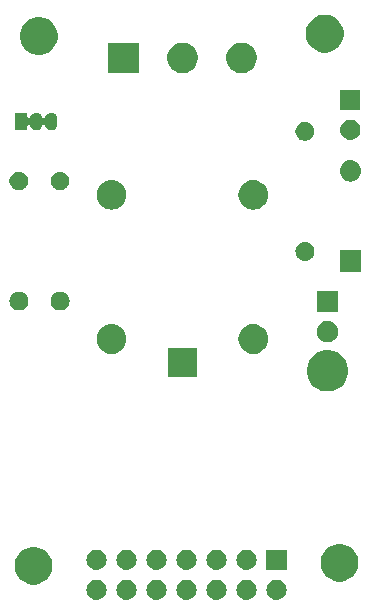
<source format=gbs>
G04 #@! TF.GenerationSoftware,KiCad,Pcbnew,5.0.2-bee76a0~70~ubuntu14.04.1*
G04 #@! TF.CreationDate,2018-12-14T16:10:59-07:00*
G04 #@! TF.ProjectId,relay,72656c61-792e-46b6-9963-61645f706362,rev?*
G04 #@! TF.SameCoordinates,Original*
G04 #@! TF.FileFunction,Soldermask,Bot*
G04 #@! TF.FilePolarity,Negative*
%FSLAX46Y46*%
G04 Gerber Fmt 4.6, Leading zero omitted, Abs format (unit mm)*
G04 Created by KiCad (PCBNEW 5.0.2-bee76a0~70~ubuntu14.04.1) date Fri 14 Dec 2018 04:10:59 PM MST*
%MOMM*%
%LPD*%
G01*
G04 APERTURE LIST*
%ADD10C,0.100000*%
G04 APERTURE END LIST*
D10*
G36*
X108116630Y-108890299D02*
X108276855Y-108938903D01*
X108424520Y-109017831D01*
X108553949Y-109124051D01*
X108660169Y-109253480D01*
X108739097Y-109401145D01*
X108787701Y-109561370D01*
X108804112Y-109728000D01*
X108787701Y-109894630D01*
X108739097Y-110054855D01*
X108660169Y-110202520D01*
X108553949Y-110331949D01*
X108424520Y-110438169D01*
X108276855Y-110517097D01*
X108116630Y-110565701D01*
X107991752Y-110578000D01*
X107908248Y-110578000D01*
X107783370Y-110565701D01*
X107623145Y-110517097D01*
X107475480Y-110438169D01*
X107346051Y-110331949D01*
X107239831Y-110202520D01*
X107160903Y-110054855D01*
X107112299Y-109894630D01*
X107095888Y-109728000D01*
X107112299Y-109561370D01*
X107160903Y-109401145D01*
X107239831Y-109253480D01*
X107346051Y-109124051D01*
X107475480Y-109017831D01*
X107623145Y-108938903D01*
X107783370Y-108890299D01*
X107908248Y-108878000D01*
X107991752Y-108878000D01*
X108116630Y-108890299D01*
X108116630Y-108890299D01*
G37*
G36*
X105576630Y-108890299D02*
X105736855Y-108938903D01*
X105884520Y-109017831D01*
X106013949Y-109124051D01*
X106120169Y-109253480D01*
X106199097Y-109401145D01*
X106247701Y-109561370D01*
X106264112Y-109728000D01*
X106247701Y-109894630D01*
X106199097Y-110054855D01*
X106120169Y-110202520D01*
X106013949Y-110331949D01*
X105884520Y-110438169D01*
X105736855Y-110517097D01*
X105576630Y-110565701D01*
X105451752Y-110578000D01*
X105368248Y-110578000D01*
X105243370Y-110565701D01*
X105083145Y-110517097D01*
X104935480Y-110438169D01*
X104806051Y-110331949D01*
X104699831Y-110202520D01*
X104620903Y-110054855D01*
X104572299Y-109894630D01*
X104555888Y-109728000D01*
X104572299Y-109561370D01*
X104620903Y-109401145D01*
X104699831Y-109253480D01*
X104806051Y-109124051D01*
X104935480Y-109017831D01*
X105083145Y-108938903D01*
X105243370Y-108890299D01*
X105368248Y-108878000D01*
X105451752Y-108878000D01*
X105576630Y-108890299D01*
X105576630Y-108890299D01*
G37*
G36*
X92876630Y-108890299D02*
X93036855Y-108938903D01*
X93184520Y-109017831D01*
X93313949Y-109124051D01*
X93420169Y-109253480D01*
X93499097Y-109401145D01*
X93547701Y-109561370D01*
X93564112Y-109728000D01*
X93547701Y-109894630D01*
X93499097Y-110054855D01*
X93420169Y-110202520D01*
X93313949Y-110331949D01*
X93184520Y-110438169D01*
X93036855Y-110517097D01*
X92876630Y-110565701D01*
X92751752Y-110578000D01*
X92668248Y-110578000D01*
X92543370Y-110565701D01*
X92383145Y-110517097D01*
X92235480Y-110438169D01*
X92106051Y-110331949D01*
X91999831Y-110202520D01*
X91920903Y-110054855D01*
X91872299Y-109894630D01*
X91855888Y-109728000D01*
X91872299Y-109561370D01*
X91920903Y-109401145D01*
X91999831Y-109253480D01*
X92106051Y-109124051D01*
X92235480Y-109017831D01*
X92383145Y-108938903D01*
X92543370Y-108890299D01*
X92668248Y-108878000D01*
X92751752Y-108878000D01*
X92876630Y-108890299D01*
X92876630Y-108890299D01*
G37*
G36*
X95416630Y-108890299D02*
X95576855Y-108938903D01*
X95724520Y-109017831D01*
X95853949Y-109124051D01*
X95960169Y-109253480D01*
X96039097Y-109401145D01*
X96087701Y-109561370D01*
X96104112Y-109728000D01*
X96087701Y-109894630D01*
X96039097Y-110054855D01*
X95960169Y-110202520D01*
X95853949Y-110331949D01*
X95724520Y-110438169D01*
X95576855Y-110517097D01*
X95416630Y-110565701D01*
X95291752Y-110578000D01*
X95208248Y-110578000D01*
X95083370Y-110565701D01*
X94923145Y-110517097D01*
X94775480Y-110438169D01*
X94646051Y-110331949D01*
X94539831Y-110202520D01*
X94460903Y-110054855D01*
X94412299Y-109894630D01*
X94395888Y-109728000D01*
X94412299Y-109561370D01*
X94460903Y-109401145D01*
X94539831Y-109253480D01*
X94646051Y-109124051D01*
X94775480Y-109017831D01*
X94923145Y-108938903D01*
X95083370Y-108890299D01*
X95208248Y-108878000D01*
X95291752Y-108878000D01*
X95416630Y-108890299D01*
X95416630Y-108890299D01*
G37*
G36*
X100496630Y-108890299D02*
X100656855Y-108938903D01*
X100804520Y-109017831D01*
X100933949Y-109124051D01*
X101040169Y-109253480D01*
X101119097Y-109401145D01*
X101167701Y-109561370D01*
X101184112Y-109728000D01*
X101167701Y-109894630D01*
X101119097Y-110054855D01*
X101040169Y-110202520D01*
X100933949Y-110331949D01*
X100804520Y-110438169D01*
X100656855Y-110517097D01*
X100496630Y-110565701D01*
X100371752Y-110578000D01*
X100288248Y-110578000D01*
X100163370Y-110565701D01*
X100003145Y-110517097D01*
X99855480Y-110438169D01*
X99726051Y-110331949D01*
X99619831Y-110202520D01*
X99540903Y-110054855D01*
X99492299Y-109894630D01*
X99475888Y-109728000D01*
X99492299Y-109561370D01*
X99540903Y-109401145D01*
X99619831Y-109253480D01*
X99726051Y-109124051D01*
X99855480Y-109017831D01*
X100003145Y-108938903D01*
X100163370Y-108890299D01*
X100288248Y-108878000D01*
X100371752Y-108878000D01*
X100496630Y-108890299D01*
X100496630Y-108890299D01*
G37*
G36*
X103036630Y-108890299D02*
X103196855Y-108938903D01*
X103344520Y-109017831D01*
X103473949Y-109124051D01*
X103580169Y-109253480D01*
X103659097Y-109401145D01*
X103707701Y-109561370D01*
X103724112Y-109728000D01*
X103707701Y-109894630D01*
X103659097Y-110054855D01*
X103580169Y-110202520D01*
X103473949Y-110331949D01*
X103344520Y-110438169D01*
X103196855Y-110517097D01*
X103036630Y-110565701D01*
X102911752Y-110578000D01*
X102828248Y-110578000D01*
X102703370Y-110565701D01*
X102543145Y-110517097D01*
X102395480Y-110438169D01*
X102266051Y-110331949D01*
X102159831Y-110202520D01*
X102080903Y-110054855D01*
X102032299Y-109894630D01*
X102015888Y-109728000D01*
X102032299Y-109561370D01*
X102080903Y-109401145D01*
X102159831Y-109253480D01*
X102266051Y-109124051D01*
X102395480Y-109017831D01*
X102543145Y-108938903D01*
X102703370Y-108890299D01*
X102828248Y-108878000D01*
X102911752Y-108878000D01*
X103036630Y-108890299D01*
X103036630Y-108890299D01*
G37*
G36*
X97956630Y-108890299D02*
X98116855Y-108938903D01*
X98264520Y-109017831D01*
X98393949Y-109124051D01*
X98500169Y-109253480D01*
X98579097Y-109401145D01*
X98627701Y-109561370D01*
X98644112Y-109728000D01*
X98627701Y-109894630D01*
X98579097Y-110054855D01*
X98500169Y-110202520D01*
X98393949Y-110331949D01*
X98264520Y-110438169D01*
X98116855Y-110517097D01*
X97956630Y-110565701D01*
X97831752Y-110578000D01*
X97748248Y-110578000D01*
X97623370Y-110565701D01*
X97463145Y-110517097D01*
X97315480Y-110438169D01*
X97186051Y-110331949D01*
X97079831Y-110202520D01*
X97000903Y-110054855D01*
X96952299Y-109894630D01*
X96935888Y-109728000D01*
X96952299Y-109561370D01*
X97000903Y-109401145D01*
X97079831Y-109253480D01*
X97186051Y-109124051D01*
X97315480Y-109017831D01*
X97463145Y-108938903D01*
X97623370Y-108890299D01*
X97748248Y-108878000D01*
X97831752Y-108878000D01*
X97956630Y-108890299D01*
X97956630Y-108890299D01*
G37*
G36*
X87842703Y-106157486D02*
X88133883Y-106278097D01*
X88395944Y-106453201D01*
X88618799Y-106676056D01*
X88793903Y-106938117D01*
X88914514Y-107229297D01*
X88976000Y-107538412D01*
X88976000Y-107853588D01*
X88914514Y-108162703D01*
X88793903Y-108453883D01*
X88618799Y-108715944D01*
X88395944Y-108938799D01*
X88133883Y-109113903D01*
X87842703Y-109234514D01*
X87533588Y-109296000D01*
X87218412Y-109296000D01*
X86909297Y-109234514D01*
X86618117Y-109113903D01*
X86356056Y-108938799D01*
X86133201Y-108715944D01*
X85958097Y-108453883D01*
X85837486Y-108162703D01*
X85776000Y-107853588D01*
X85776000Y-107538412D01*
X85837486Y-107229297D01*
X85958097Y-106938117D01*
X86133201Y-106676056D01*
X86356056Y-106453201D01*
X86618117Y-106278097D01*
X86909297Y-106157486D01*
X87218412Y-106096000D01*
X87533588Y-106096000D01*
X87842703Y-106157486D01*
X87842703Y-106157486D01*
G37*
G36*
X113750703Y-105903486D02*
X114041883Y-106024097D01*
X114303944Y-106199201D01*
X114526799Y-106422056D01*
X114701903Y-106684117D01*
X114822514Y-106975297D01*
X114884000Y-107284412D01*
X114884000Y-107599588D01*
X114822514Y-107908703D01*
X114701903Y-108199883D01*
X114526799Y-108461944D01*
X114303944Y-108684799D01*
X114041883Y-108859903D01*
X113750703Y-108980514D01*
X113441588Y-109042000D01*
X113126412Y-109042000D01*
X112817297Y-108980514D01*
X112526117Y-108859903D01*
X112264056Y-108684799D01*
X112041201Y-108461944D01*
X111866097Y-108199883D01*
X111745486Y-107908703D01*
X111684000Y-107599588D01*
X111684000Y-107284412D01*
X111745486Y-106975297D01*
X111866097Y-106684117D01*
X112041201Y-106422056D01*
X112264056Y-106199201D01*
X112526117Y-106024097D01*
X112817297Y-105903486D01*
X113126412Y-105842000D01*
X113441588Y-105842000D01*
X113750703Y-105903486D01*
X113750703Y-105903486D01*
G37*
G36*
X97956630Y-106350299D02*
X98116855Y-106398903D01*
X98264520Y-106477831D01*
X98393949Y-106584051D01*
X98500169Y-106713480D01*
X98579097Y-106861145D01*
X98627701Y-107021370D01*
X98644112Y-107188000D01*
X98627701Y-107354630D01*
X98579097Y-107514855D01*
X98500169Y-107662520D01*
X98393949Y-107791949D01*
X98264520Y-107898169D01*
X98116855Y-107977097D01*
X97956630Y-108025701D01*
X97831752Y-108038000D01*
X97748248Y-108038000D01*
X97623370Y-108025701D01*
X97463145Y-107977097D01*
X97315480Y-107898169D01*
X97186051Y-107791949D01*
X97079831Y-107662520D01*
X97000903Y-107514855D01*
X96952299Y-107354630D01*
X96935888Y-107188000D01*
X96952299Y-107021370D01*
X97000903Y-106861145D01*
X97079831Y-106713480D01*
X97186051Y-106584051D01*
X97315480Y-106477831D01*
X97463145Y-106398903D01*
X97623370Y-106350299D01*
X97748248Y-106338000D01*
X97831752Y-106338000D01*
X97956630Y-106350299D01*
X97956630Y-106350299D01*
G37*
G36*
X92876630Y-106350299D02*
X93036855Y-106398903D01*
X93184520Y-106477831D01*
X93313949Y-106584051D01*
X93420169Y-106713480D01*
X93499097Y-106861145D01*
X93547701Y-107021370D01*
X93564112Y-107188000D01*
X93547701Y-107354630D01*
X93499097Y-107514855D01*
X93420169Y-107662520D01*
X93313949Y-107791949D01*
X93184520Y-107898169D01*
X93036855Y-107977097D01*
X92876630Y-108025701D01*
X92751752Y-108038000D01*
X92668248Y-108038000D01*
X92543370Y-108025701D01*
X92383145Y-107977097D01*
X92235480Y-107898169D01*
X92106051Y-107791949D01*
X91999831Y-107662520D01*
X91920903Y-107514855D01*
X91872299Y-107354630D01*
X91855888Y-107188000D01*
X91872299Y-107021370D01*
X91920903Y-106861145D01*
X91999831Y-106713480D01*
X92106051Y-106584051D01*
X92235480Y-106477831D01*
X92383145Y-106398903D01*
X92543370Y-106350299D01*
X92668248Y-106338000D01*
X92751752Y-106338000D01*
X92876630Y-106350299D01*
X92876630Y-106350299D01*
G37*
G36*
X95416630Y-106350299D02*
X95576855Y-106398903D01*
X95724520Y-106477831D01*
X95853949Y-106584051D01*
X95960169Y-106713480D01*
X96039097Y-106861145D01*
X96087701Y-107021370D01*
X96104112Y-107188000D01*
X96087701Y-107354630D01*
X96039097Y-107514855D01*
X95960169Y-107662520D01*
X95853949Y-107791949D01*
X95724520Y-107898169D01*
X95576855Y-107977097D01*
X95416630Y-108025701D01*
X95291752Y-108038000D01*
X95208248Y-108038000D01*
X95083370Y-108025701D01*
X94923145Y-107977097D01*
X94775480Y-107898169D01*
X94646051Y-107791949D01*
X94539831Y-107662520D01*
X94460903Y-107514855D01*
X94412299Y-107354630D01*
X94395888Y-107188000D01*
X94412299Y-107021370D01*
X94460903Y-106861145D01*
X94539831Y-106713480D01*
X94646051Y-106584051D01*
X94775480Y-106477831D01*
X94923145Y-106398903D01*
X95083370Y-106350299D01*
X95208248Y-106338000D01*
X95291752Y-106338000D01*
X95416630Y-106350299D01*
X95416630Y-106350299D01*
G37*
G36*
X103036630Y-106350299D02*
X103196855Y-106398903D01*
X103344520Y-106477831D01*
X103473949Y-106584051D01*
X103580169Y-106713480D01*
X103659097Y-106861145D01*
X103707701Y-107021370D01*
X103724112Y-107188000D01*
X103707701Y-107354630D01*
X103659097Y-107514855D01*
X103580169Y-107662520D01*
X103473949Y-107791949D01*
X103344520Y-107898169D01*
X103196855Y-107977097D01*
X103036630Y-108025701D01*
X102911752Y-108038000D01*
X102828248Y-108038000D01*
X102703370Y-108025701D01*
X102543145Y-107977097D01*
X102395480Y-107898169D01*
X102266051Y-107791949D01*
X102159831Y-107662520D01*
X102080903Y-107514855D01*
X102032299Y-107354630D01*
X102015888Y-107188000D01*
X102032299Y-107021370D01*
X102080903Y-106861145D01*
X102159831Y-106713480D01*
X102266051Y-106584051D01*
X102395480Y-106477831D01*
X102543145Y-106398903D01*
X102703370Y-106350299D01*
X102828248Y-106338000D01*
X102911752Y-106338000D01*
X103036630Y-106350299D01*
X103036630Y-106350299D01*
G37*
G36*
X105576630Y-106350299D02*
X105736855Y-106398903D01*
X105884520Y-106477831D01*
X106013949Y-106584051D01*
X106120169Y-106713480D01*
X106199097Y-106861145D01*
X106247701Y-107021370D01*
X106264112Y-107188000D01*
X106247701Y-107354630D01*
X106199097Y-107514855D01*
X106120169Y-107662520D01*
X106013949Y-107791949D01*
X105884520Y-107898169D01*
X105736855Y-107977097D01*
X105576630Y-108025701D01*
X105451752Y-108038000D01*
X105368248Y-108038000D01*
X105243370Y-108025701D01*
X105083145Y-107977097D01*
X104935480Y-107898169D01*
X104806051Y-107791949D01*
X104699831Y-107662520D01*
X104620903Y-107514855D01*
X104572299Y-107354630D01*
X104555888Y-107188000D01*
X104572299Y-107021370D01*
X104620903Y-106861145D01*
X104699831Y-106713480D01*
X104806051Y-106584051D01*
X104935480Y-106477831D01*
X105083145Y-106398903D01*
X105243370Y-106350299D01*
X105368248Y-106338000D01*
X105451752Y-106338000D01*
X105576630Y-106350299D01*
X105576630Y-106350299D01*
G37*
G36*
X108800000Y-108038000D02*
X107100000Y-108038000D01*
X107100000Y-106338000D01*
X108800000Y-106338000D01*
X108800000Y-108038000D01*
X108800000Y-108038000D01*
G37*
G36*
X100496630Y-106350299D02*
X100656855Y-106398903D01*
X100804520Y-106477831D01*
X100933949Y-106584051D01*
X101040169Y-106713480D01*
X101119097Y-106861145D01*
X101167701Y-107021370D01*
X101184112Y-107188000D01*
X101167701Y-107354630D01*
X101119097Y-107514855D01*
X101040169Y-107662520D01*
X100933949Y-107791949D01*
X100804520Y-107898169D01*
X100656855Y-107977097D01*
X100496630Y-108025701D01*
X100371752Y-108038000D01*
X100288248Y-108038000D01*
X100163370Y-108025701D01*
X100003145Y-107977097D01*
X99855480Y-107898169D01*
X99726051Y-107791949D01*
X99619831Y-107662520D01*
X99540903Y-107514855D01*
X99492299Y-107354630D01*
X99475888Y-107188000D01*
X99492299Y-107021370D01*
X99540903Y-106861145D01*
X99619831Y-106713480D01*
X99726051Y-106584051D01*
X99855480Y-106477831D01*
X100003145Y-106398903D01*
X100163370Y-106350299D01*
X100288248Y-106338000D01*
X100371752Y-106338000D01*
X100496630Y-106350299D01*
X100496630Y-106350299D01*
G37*
G36*
X112778456Y-89503251D02*
X113096936Y-89635170D01*
X113383560Y-89826686D01*
X113627314Y-90070440D01*
X113818830Y-90357064D01*
X113950749Y-90675544D01*
X114018000Y-91013640D01*
X114018000Y-91358360D01*
X113950749Y-91696456D01*
X113818830Y-92014936D01*
X113627314Y-92301560D01*
X113383560Y-92545314D01*
X113096936Y-92736830D01*
X112778456Y-92868749D01*
X112440360Y-92936000D01*
X112095640Y-92936000D01*
X111757544Y-92868749D01*
X111439064Y-92736830D01*
X111152440Y-92545314D01*
X110908686Y-92301560D01*
X110717170Y-92014936D01*
X110585251Y-91696456D01*
X110518000Y-91358360D01*
X110518000Y-91013640D01*
X110585251Y-90675544D01*
X110717170Y-90357064D01*
X110908686Y-90070440D01*
X111152440Y-89826686D01*
X111439064Y-89635170D01*
X111757544Y-89503251D01*
X112095640Y-89436000D01*
X112440360Y-89436000D01*
X112778456Y-89503251D01*
X112778456Y-89503251D01*
G37*
G36*
X101234560Y-91750200D02*
X98734560Y-91750200D01*
X98734560Y-89250200D01*
X101234560Y-89250200D01*
X101234560Y-91750200D01*
X101234560Y-91750200D01*
G37*
G36*
X106229599Y-87268286D02*
X106229602Y-87268287D01*
X106229603Y-87268287D01*
X106465229Y-87339763D01*
X106682383Y-87455834D01*
X106872720Y-87612040D01*
X107023166Y-87795358D01*
X107028925Y-87802376D01*
X107144996Y-88019529D01*
X107216474Y-88255161D01*
X107240608Y-88500200D01*
X107216474Y-88745239D01*
X107216473Y-88745242D01*
X107216473Y-88745243D01*
X107144997Y-88980869D01*
X107028926Y-89198023D01*
X106872720Y-89388360D01*
X106682383Y-89544566D01*
X106465229Y-89660637D01*
X106229603Y-89732113D01*
X106229602Y-89732113D01*
X106229599Y-89732114D01*
X106045969Y-89750200D01*
X105923151Y-89750200D01*
X105739521Y-89732114D01*
X105739518Y-89732113D01*
X105739517Y-89732113D01*
X105503891Y-89660637D01*
X105286737Y-89544566D01*
X105096400Y-89388360D01*
X104940194Y-89198023D01*
X104824123Y-88980869D01*
X104752647Y-88745243D01*
X104752647Y-88745242D01*
X104752646Y-88745239D01*
X104728512Y-88500200D01*
X104752646Y-88255161D01*
X104824124Y-88019529D01*
X104940195Y-87802376D01*
X104945955Y-87795358D01*
X105096400Y-87612040D01*
X105286737Y-87455834D01*
X105503891Y-87339763D01*
X105739517Y-87268287D01*
X105739518Y-87268287D01*
X105739521Y-87268286D01*
X105923151Y-87250200D01*
X106045969Y-87250200D01*
X106229599Y-87268286D01*
X106229599Y-87268286D01*
G37*
G36*
X94229599Y-87268286D02*
X94229602Y-87268287D01*
X94229603Y-87268287D01*
X94465229Y-87339763D01*
X94682383Y-87455834D01*
X94872720Y-87612040D01*
X95023166Y-87795358D01*
X95028925Y-87802376D01*
X95144996Y-88019529D01*
X95216474Y-88255161D01*
X95240608Y-88500200D01*
X95216474Y-88745239D01*
X95216473Y-88745242D01*
X95216473Y-88745243D01*
X95144997Y-88980869D01*
X95028926Y-89198023D01*
X94872720Y-89388360D01*
X94682383Y-89544566D01*
X94465229Y-89660637D01*
X94229603Y-89732113D01*
X94229602Y-89732113D01*
X94229599Y-89732114D01*
X94045969Y-89750200D01*
X93923151Y-89750200D01*
X93739521Y-89732114D01*
X93739518Y-89732113D01*
X93739517Y-89732113D01*
X93503891Y-89660637D01*
X93286737Y-89544566D01*
X93096400Y-89388360D01*
X92940194Y-89198023D01*
X92824123Y-88980869D01*
X92752647Y-88745243D01*
X92752647Y-88745242D01*
X92752646Y-88745239D01*
X92728512Y-88500200D01*
X92752646Y-88255161D01*
X92824124Y-88019529D01*
X92940195Y-87802376D01*
X92945955Y-87795358D01*
X93096400Y-87612040D01*
X93286737Y-87455834D01*
X93503891Y-87339763D01*
X93739517Y-87268287D01*
X93739518Y-87268287D01*
X93739521Y-87268286D01*
X93923151Y-87250200D01*
X94045969Y-87250200D01*
X94229599Y-87268286D01*
X94229599Y-87268286D01*
G37*
G36*
X112530521Y-87018586D02*
X112694309Y-87086429D01*
X112841720Y-87184926D01*
X112967074Y-87310280D01*
X113065571Y-87457691D01*
X113133414Y-87621479D01*
X113168000Y-87795356D01*
X113168000Y-87972644D01*
X113133414Y-88146521D01*
X113065571Y-88310309D01*
X112967074Y-88457720D01*
X112841720Y-88583074D01*
X112694309Y-88681571D01*
X112530521Y-88749414D01*
X112356644Y-88784000D01*
X112179356Y-88784000D01*
X112005479Y-88749414D01*
X111841691Y-88681571D01*
X111694280Y-88583074D01*
X111568926Y-88457720D01*
X111470429Y-88310309D01*
X111402586Y-88146521D01*
X111368000Y-87972644D01*
X111368000Y-87795356D01*
X111402586Y-87621479D01*
X111470429Y-87457691D01*
X111568926Y-87310280D01*
X111694280Y-87184926D01*
X111841691Y-87086429D01*
X112005479Y-87018586D01*
X112179356Y-86984000D01*
X112356644Y-86984000D01*
X112530521Y-87018586D01*
X112530521Y-87018586D01*
G37*
G36*
X113168000Y-86244000D02*
X111368000Y-86244000D01*
X111368000Y-84444000D01*
X113168000Y-84444000D01*
X113168000Y-86244000D01*
X113168000Y-86244000D01*
G37*
G36*
X89741549Y-84488217D02*
X89780727Y-84492076D01*
X89856127Y-84514948D01*
X89931529Y-84537821D01*
X90070508Y-84612108D01*
X90192322Y-84712078D01*
X90292292Y-84833892D01*
X90366579Y-84972871D01*
X90412324Y-85123674D01*
X90427770Y-85280500D01*
X90412324Y-85437326D01*
X90366579Y-85588129D01*
X90292292Y-85727108D01*
X90192322Y-85848922D01*
X90070508Y-85948892D01*
X89931529Y-86023179D01*
X89856127Y-86046052D01*
X89780727Y-86068924D01*
X89741549Y-86072783D01*
X89663195Y-86080500D01*
X89584605Y-86080500D01*
X89506251Y-86072783D01*
X89467073Y-86068924D01*
X89391673Y-86046052D01*
X89316271Y-86023179D01*
X89177292Y-85948892D01*
X89055478Y-85848922D01*
X88955508Y-85727108D01*
X88881221Y-85588129D01*
X88835476Y-85437326D01*
X88820030Y-85280500D01*
X88835476Y-85123674D01*
X88881221Y-84972871D01*
X88955508Y-84833892D01*
X89055478Y-84712078D01*
X89177292Y-84612108D01*
X89316271Y-84537821D01*
X89391673Y-84514948D01*
X89467073Y-84492076D01*
X89506251Y-84488217D01*
X89584605Y-84480500D01*
X89663195Y-84480500D01*
X89741549Y-84488217D01*
X89741549Y-84488217D01*
G37*
G36*
X86261749Y-84488217D02*
X86300927Y-84492076D01*
X86376327Y-84514948D01*
X86451729Y-84537821D01*
X86590708Y-84612108D01*
X86712522Y-84712078D01*
X86812492Y-84833892D01*
X86886779Y-84972871D01*
X86932524Y-85123674D01*
X86947970Y-85280500D01*
X86932524Y-85437326D01*
X86886779Y-85588129D01*
X86812492Y-85727108D01*
X86712522Y-85848922D01*
X86590708Y-85948892D01*
X86451729Y-86023179D01*
X86376327Y-86046052D01*
X86300927Y-86068924D01*
X86261749Y-86072783D01*
X86183395Y-86080500D01*
X86104805Y-86080500D01*
X86026451Y-86072783D01*
X85987273Y-86068924D01*
X85911873Y-86046052D01*
X85836471Y-86023179D01*
X85697492Y-85948892D01*
X85575678Y-85848922D01*
X85475708Y-85727108D01*
X85401421Y-85588129D01*
X85355676Y-85437326D01*
X85340230Y-85280500D01*
X85355676Y-85123674D01*
X85401421Y-84972871D01*
X85475708Y-84833892D01*
X85575678Y-84712078D01*
X85697492Y-84612108D01*
X85836471Y-84537821D01*
X85911873Y-84514948D01*
X85987273Y-84492076D01*
X86026451Y-84488217D01*
X86104805Y-84480500D01*
X86183395Y-84480500D01*
X86261749Y-84488217D01*
X86261749Y-84488217D01*
G37*
G36*
X115108560Y-82789600D02*
X113308560Y-82789600D01*
X113308560Y-80989600D01*
X115108560Y-80989600D01*
X115108560Y-82789600D01*
X115108560Y-82789600D01*
G37*
G36*
X110475569Y-80284517D02*
X110514747Y-80288376D01*
X110590148Y-80311249D01*
X110665549Y-80334121D01*
X110804528Y-80408408D01*
X110926342Y-80508378D01*
X111026312Y-80630192D01*
X111100599Y-80769171D01*
X111146344Y-80919974D01*
X111161790Y-81076800D01*
X111146344Y-81233626D01*
X111100599Y-81384429D01*
X111026312Y-81523408D01*
X110926342Y-81645222D01*
X110804528Y-81745192D01*
X110665549Y-81819479D01*
X110590148Y-81842351D01*
X110514747Y-81865224D01*
X110475569Y-81869083D01*
X110397215Y-81876800D01*
X110318625Y-81876800D01*
X110240271Y-81869083D01*
X110201093Y-81865224D01*
X110125692Y-81842351D01*
X110050291Y-81819479D01*
X109911312Y-81745192D01*
X109789498Y-81645222D01*
X109689528Y-81523408D01*
X109615241Y-81384429D01*
X109569496Y-81233626D01*
X109554050Y-81076800D01*
X109569496Y-80919974D01*
X109615241Y-80769171D01*
X109689528Y-80630192D01*
X109789498Y-80508378D01*
X109911312Y-80408408D01*
X110050291Y-80334121D01*
X110125693Y-80311248D01*
X110201093Y-80288376D01*
X110240271Y-80284517D01*
X110318625Y-80276800D01*
X110397215Y-80276800D01*
X110475569Y-80284517D01*
X110475569Y-80284517D01*
G37*
G36*
X106229599Y-75068286D02*
X106229602Y-75068287D01*
X106229603Y-75068287D01*
X106465229Y-75139763D01*
X106682383Y-75255834D01*
X106872720Y-75412040D01*
X107028926Y-75602377D01*
X107144997Y-75819531D01*
X107175625Y-75920500D01*
X107216474Y-76055161D01*
X107240608Y-76300200D01*
X107216474Y-76545239D01*
X107216473Y-76545242D01*
X107216473Y-76545243D01*
X107144997Y-76780869D01*
X107028926Y-76998023D01*
X106872720Y-77188360D01*
X106682383Y-77344566D01*
X106465229Y-77460637D01*
X106229603Y-77532113D01*
X106229602Y-77532113D01*
X106229599Y-77532114D01*
X106045969Y-77550200D01*
X105923151Y-77550200D01*
X105739521Y-77532114D01*
X105739518Y-77532113D01*
X105739517Y-77532113D01*
X105503891Y-77460637D01*
X105286737Y-77344566D01*
X105096400Y-77188360D01*
X104940194Y-76998023D01*
X104824123Y-76780869D01*
X104752647Y-76545243D01*
X104752647Y-76545242D01*
X104752646Y-76545239D01*
X104728512Y-76300200D01*
X104752646Y-76055161D01*
X104793495Y-75920500D01*
X104824123Y-75819531D01*
X104940194Y-75602377D01*
X105096400Y-75412040D01*
X105286737Y-75255834D01*
X105503891Y-75139763D01*
X105739517Y-75068287D01*
X105739518Y-75068287D01*
X105739521Y-75068286D01*
X105923151Y-75050200D01*
X106045969Y-75050200D01*
X106229599Y-75068286D01*
X106229599Y-75068286D01*
G37*
G36*
X94229599Y-75068286D02*
X94229602Y-75068287D01*
X94229603Y-75068287D01*
X94465229Y-75139763D01*
X94682383Y-75255834D01*
X94872720Y-75412040D01*
X95028926Y-75602377D01*
X95144997Y-75819531D01*
X95175625Y-75920500D01*
X95216474Y-76055161D01*
X95240608Y-76300200D01*
X95216474Y-76545239D01*
X95216473Y-76545242D01*
X95216473Y-76545243D01*
X95144997Y-76780869D01*
X95028926Y-76998023D01*
X94872720Y-77188360D01*
X94682383Y-77344566D01*
X94465229Y-77460637D01*
X94229603Y-77532113D01*
X94229602Y-77532113D01*
X94229599Y-77532114D01*
X94045969Y-77550200D01*
X93923151Y-77550200D01*
X93739521Y-77532114D01*
X93739518Y-77532113D01*
X93739517Y-77532113D01*
X93503891Y-77460637D01*
X93286737Y-77344566D01*
X93096400Y-77188360D01*
X92940194Y-76998023D01*
X92824123Y-76780869D01*
X92752647Y-76545243D01*
X92752647Y-76545242D01*
X92752646Y-76545239D01*
X92728512Y-76300200D01*
X92752646Y-76055161D01*
X92793495Y-75920500D01*
X92824123Y-75819531D01*
X92940194Y-75602377D01*
X93096400Y-75412040D01*
X93286737Y-75255834D01*
X93503891Y-75139763D01*
X93739517Y-75068287D01*
X93739518Y-75068287D01*
X93739521Y-75068286D01*
X93923151Y-75050200D01*
X94045969Y-75050200D01*
X94229599Y-75068286D01*
X94229599Y-75068286D01*
G37*
G36*
X89857252Y-74351243D02*
X90002841Y-74411548D01*
X90133873Y-74499101D01*
X90245299Y-74610527D01*
X90332852Y-74741559D01*
X90393157Y-74887148D01*
X90423900Y-75041705D01*
X90423900Y-75199295D01*
X90393157Y-75353852D01*
X90332852Y-75499441D01*
X90245299Y-75630473D01*
X90133873Y-75741899D01*
X90002841Y-75829452D01*
X89857252Y-75889757D01*
X89702695Y-75920500D01*
X89545105Y-75920500D01*
X89390548Y-75889757D01*
X89244959Y-75829452D01*
X89113927Y-75741899D01*
X89002501Y-75630473D01*
X88914948Y-75499441D01*
X88854643Y-75353852D01*
X88823900Y-75199295D01*
X88823900Y-75041705D01*
X88854643Y-74887148D01*
X88914948Y-74741559D01*
X89002501Y-74610527D01*
X89113927Y-74499101D01*
X89244959Y-74411548D01*
X89390548Y-74351243D01*
X89545105Y-74320500D01*
X89702695Y-74320500D01*
X89857252Y-74351243D01*
X89857252Y-74351243D01*
G37*
G36*
X86377452Y-74351243D02*
X86523041Y-74411548D01*
X86654073Y-74499101D01*
X86765499Y-74610527D01*
X86853052Y-74741559D01*
X86913357Y-74887148D01*
X86944100Y-75041705D01*
X86944100Y-75199295D01*
X86913357Y-75353852D01*
X86853052Y-75499441D01*
X86765499Y-75630473D01*
X86654073Y-75741899D01*
X86523041Y-75829452D01*
X86377452Y-75889757D01*
X86222895Y-75920500D01*
X86065305Y-75920500D01*
X85910748Y-75889757D01*
X85765159Y-75829452D01*
X85634127Y-75741899D01*
X85522701Y-75630473D01*
X85435148Y-75499441D01*
X85374843Y-75353852D01*
X85344100Y-75199295D01*
X85344100Y-75041705D01*
X85374843Y-74887148D01*
X85435148Y-74741559D01*
X85522701Y-74610527D01*
X85634127Y-74499101D01*
X85765159Y-74411548D01*
X85910748Y-74351243D01*
X86065305Y-74320500D01*
X86222895Y-74320500D01*
X86377452Y-74351243D01*
X86377452Y-74351243D01*
G37*
G36*
X114384992Y-73382622D02*
X114554641Y-73434085D01*
X114710993Y-73517656D01*
X114848035Y-73630125D01*
X114960504Y-73767167D01*
X115044075Y-73923519D01*
X115095538Y-74093168D01*
X115112914Y-74269600D01*
X115095538Y-74446032D01*
X115044075Y-74615681D01*
X114960504Y-74772033D01*
X114848035Y-74909075D01*
X114710993Y-75021544D01*
X114554641Y-75105115D01*
X114384992Y-75156578D01*
X114252771Y-75169600D01*
X114164349Y-75169600D01*
X114032128Y-75156578D01*
X113862479Y-75105115D01*
X113706127Y-75021544D01*
X113569085Y-74909075D01*
X113456616Y-74772033D01*
X113373045Y-74615681D01*
X113321582Y-74446032D01*
X113304206Y-74269600D01*
X113321582Y-74093168D01*
X113373045Y-73923519D01*
X113456616Y-73767167D01*
X113569085Y-73630125D01*
X113706127Y-73517656D01*
X113862479Y-73434085D01*
X114032128Y-73382622D01*
X114164349Y-73369600D01*
X114252771Y-73369600D01*
X114384992Y-73382622D01*
X114384992Y-73382622D01*
G37*
G36*
X110591272Y-70147543D02*
X110736861Y-70207848D01*
X110867893Y-70295401D01*
X110979319Y-70406827D01*
X111066872Y-70537859D01*
X111127177Y-70683448D01*
X111157920Y-70838005D01*
X111157920Y-70995595D01*
X111127177Y-71150152D01*
X111066872Y-71295741D01*
X110979319Y-71426773D01*
X110867893Y-71538199D01*
X110736861Y-71625752D01*
X110591272Y-71686057D01*
X110436715Y-71716800D01*
X110279125Y-71716800D01*
X110124568Y-71686057D01*
X109978979Y-71625752D01*
X109847947Y-71538199D01*
X109736521Y-71426773D01*
X109648968Y-71295741D01*
X109588663Y-71150152D01*
X109557920Y-70995595D01*
X109557920Y-70838005D01*
X109588663Y-70683448D01*
X109648968Y-70537859D01*
X109736521Y-70406827D01*
X109847947Y-70295401D01*
X109978979Y-70207848D01*
X110124568Y-70147543D01*
X110279125Y-70116800D01*
X110436715Y-70116800D01*
X110591272Y-70147543D01*
X110591272Y-70147543D01*
G37*
G36*
X114375190Y-69947019D02*
X114535415Y-69995623D01*
X114683080Y-70074551D01*
X114812509Y-70180771D01*
X114918729Y-70310200D01*
X114997657Y-70457865D01*
X115046261Y-70618090D01*
X115062672Y-70784720D01*
X115046261Y-70951350D01*
X114997657Y-71111575D01*
X114918729Y-71259240D01*
X114812509Y-71388669D01*
X114683080Y-71494889D01*
X114535415Y-71573817D01*
X114375190Y-71622421D01*
X114250312Y-71634720D01*
X114166808Y-71634720D01*
X114041930Y-71622421D01*
X113881705Y-71573817D01*
X113734040Y-71494889D01*
X113604611Y-71388669D01*
X113498391Y-71259240D01*
X113419463Y-71111575D01*
X113370859Y-70951350D01*
X113354448Y-70784720D01*
X113370859Y-70618090D01*
X113419463Y-70457865D01*
X113498391Y-70310200D01*
X113604611Y-70180771D01*
X113734040Y-70074551D01*
X113881705Y-69995623D01*
X114041930Y-69947019D01*
X114166808Y-69934720D01*
X114250312Y-69934720D01*
X114375190Y-69947019D01*
X114375190Y-69947019D01*
G37*
G36*
X88977513Y-69336196D02*
X88977516Y-69336197D01*
X88977517Y-69336197D01*
X89076480Y-69366217D01*
X89167686Y-69414967D01*
X89247627Y-69480573D01*
X89247628Y-69480575D01*
X89247630Y-69480576D01*
X89296832Y-69540529D01*
X89313233Y-69560514D01*
X89361983Y-69651719D01*
X89389982Y-69744020D01*
X89392004Y-69750686D01*
X89399600Y-69827808D01*
X89399600Y-70329391D01*
X89392004Y-70406514D01*
X89392003Y-70406517D01*
X89392003Y-70406518D01*
X89361983Y-70505481D01*
X89313233Y-70596686D01*
X89247627Y-70676627D01*
X89167686Y-70742233D01*
X89076481Y-70790983D01*
X88977518Y-70821003D01*
X88977517Y-70821003D01*
X88977514Y-70821004D01*
X88874600Y-70831140D01*
X88771687Y-70821004D01*
X88771684Y-70821003D01*
X88771683Y-70821003D01*
X88672720Y-70790983D01*
X88581515Y-70742233D01*
X88554868Y-70720364D01*
X88501576Y-70676629D01*
X88435966Y-70596684D01*
X88387218Y-70505483D01*
X88359218Y-70413180D01*
X88349840Y-70390541D01*
X88336226Y-70370167D01*
X88318899Y-70352840D01*
X88298525Y-70339226D01*
X88275886Y-70329848D01*
X88251852Y-70325068D01*
X88227348Y-70325068D01*
X88203314Y-70329848D01*
X88180675Y-70339226D01*
X88160301Y-70352840D01*
X88142974Y-70370167D01*
X88129360Y-70390541D01*
X88119982Y-70413179D01*
X88091983Y-70505481D01*
X88043233Y-70596686D01*
X87977627Y-70676627D01*
X87897686Y-70742233D01*
X87806481Y-70790983D01*
X87707518Y-70821003D01*
X87707517Y-70821003D01*
X87707514Y-70821004D01*
X87604600Y-70831140D01*
X87501687Y-70821004D01*
X87501684Y-70821003D01*
X87501683Y-70821003D01*
X87402720Y-70790983D01*
X87311515Y-70742233D01*
X87284868Y-70720364D01*
X87231576Y-70676629D01*
X87165966Y-70596684D01*
X87117217Y-70505482D01*
X87104218Y-70462629D01*
X87094840Y-70439989D01*
X87081226Y-70419615D01*
X87063899Y-70402288D01*
X87043525Y-70388674D01*
X87020886Y-70379296D01*
X86996852Y-70374516D01*
X86972348Y-70374516D01*
X86948315Y-70379296D01*
X86925675Y-70388674D01*
X86905301Y-70402288D01*
X86887974Y-70419615D01*
X86874360Y-70439989D01*
X86864982Y-70462628D01*
X86860202Y-70486662D01*
X86859600Y-70498914D01*
X86859600Y-70828600D01*
X85809600Y-70828600D01*
X85809600Y-69328600D01*
X86859600Y-69328600D01*
X86859600Y-69658287D01*
X86862002Y-69682673D01*
X86869115Y-69706122D01*
X86880666Y-69727733D01*
X86896212Y-69746675D01*
X86915154Y-69762221D01*
X86936765Y-69773772D01*
X86960214Y-69780885D01*
X86984600Y-69783287D01*
X87008986Y-69780885D01*
X87032435Y-69773772D01*
X87054046Y-69762221D01*
X87072988Y-69746675D01*
X87088534Y-69727733D01*
X87100085Y-69706122D01*
X87104218Y-69694572D01*
X87117217Y-69651719D01*
X87140113Y-69608883D01*
X87165967Y-69560514D01*
X87231573Y-69480573D01*
X87231575Y-69480572D01*
X87231576Y-69480570D01*
X87311513Y-69414968D01*
X87311512Y-69414968D01*
X87311514Y-69414967D01*
X87402719Y-69366217D01*
X87501682Y-69336197D01*
X87501683Y-69336197D01*
X87501686Y-69336196D01*
X87604600Y-69326060D01*
X87707513Y-69336196D01*
X87707516Y-69336197D01*
X87707517Y-69336197D01*
X87806480Y-69366217D01*
X87897686Y-69414967D01*
X87977627Y-69480573D01*
X87977628Y-69480575D01*
X87977630Y-69480576D01*
X88026832Y-69540529D01*
X88043233Y-69560514D01*
X88091983Y-69651719D01*
X88119982Y-69744020D01*
X88129360Y-69766659D01*
X88142974Y-69787033D01*
X88160301Y-69804360D01*
X88180675Y-69817974D01*
X88203314Y-69827352D01*
X88227348Y-69832132D01*
X88251852Y-69832132D01*
X88275886Y-69827352D01*
X88298525Y-69817974D01*
X88318899Y-69804360D01*
X88336226Y-69787033D01*
X88349840Y-69766659D01*
X88359217Y-69744020D01*
X88387216Y-69651722D01*
X88387219Y-69651717D01*
X88435967Y-69560514D01*
X88501573Y-69480573D01*
X88501575Y-69480572D01*
X88501576Y-69480570D01*
X88581513Y-69414968D01*
X88581512Y-69414968D01*
X88581514Y-69414967D01*
X88672719Y-69366217D01*
X88771682Y-69336197D01*
X88771683Y-69336197D01*
X88771686Y-69336196D01*
X88874600Y-69326060D01*
X88977513Y-69336196D01*
X88977513Y-69336196D01*
G37*
G36*
X115058560Y-69094720D02*
X113358560Y-69094720D01*
X113358560Y-67394720D01*
X115058560Y-67394720D01*
X115058560Y-69094720D01*
X115058560Y-69094720D01*
G37*
G36*
X105380276Y-63448838D02*
X105616860Y-63546834D01*
X105829785Y-63689106D01*
X106010854Y-63870175D01*
X106153126Y-64083100D01*
X106251122Y-64319684D01*
X106301080Y-64570840D01*
X106301080Y-64826920D01*
X106251122Y-65078076D01*
X106153126Y-65314660D01*
X106010854Y-65527585D01*
X105829785Y-65708654D01*
X105616860Y-65850926D01*
X105380276Y-65948922D01*
X105129120Y-65998880D01*
X104873040Y-65998880D01*
X104621884Y-65948922D01*
X104385300Y-65850926D01*
X104172375Y-65708654D01*
X103991306Y-65527585D01*
X103849034Y-65314660D01*
X103751038Y-65078076D01*
X103701080Y-64826920D01*
X103701080Y-64570840D01*
X103751038Y-64319684D01*
X103849034Y-64083100D01*
X103991306Y-63870175D01*
X104172375Y-63689106D01*
X104385300Y-63546834D01*
X104621884Y-63448838D01*
X104873040Y-63398880D01*
X105129120Y-63398880D01*
X105380276Y-63448838D01*
X105380276Y-63448838D01*
G37*
G36*
X100380276Y-63448838D02*
X100616860Y-63546834D01*
X100829785Y-63689106D01*
X101010854Y-63870175D01*
X101153126Y-64083100D01*
X101251122Y-64319684D01*
X101301080Y-64570840D01*
X101301080Y-64826920D01*
X101251122Y-65078076D01*
X101153126Y-65314660D01*
X101010854Y-65527585D01*
X100829785Y-65708654D01*
X100616860Y-65850926D01*
X100380276Y-65948922D01*
X100129120Y-65998880D01*
X99873040Y-65998880D01*
X99621884Y-65948922D01*
X99385300Y-65850926D01*
X99172375Y-65708654D01*
X98991306Y-65527585D01*
X98849034Y-65314660D01*
X98751038Y-65078076D01*
X98701080Y-64826920D01*
X98701080Y-64570840D01*
X98751038Y-64319684D01*
X98849034Y-64083100D01*
X98991306Y-63870175D01*
X99172375Y-63689106D01*
X99385300Y-63546834D01*
X99621884Y-63448838D01*
X99873040Y-63398880D01*
X100129120Y-63398880D01*
X100380276Y-63448838D01*
X100380276Y-63448838D01*
G37*
G36*
X96301080Y-65998880D02*
X93701080Y-65998880D01*
X93701080Y-63398880D01*
X96301080Y-63398880D01*
X96301080Y-65998880D01*
X96301080Y-65998880D01*
G37*
G36*
X88287203Y-61313786D02*
X88578383Y-61434397D01*
X88840444Y-61609501D01*
X89063299Y-61832356D01*
X89238403Y-62094417D01*
X89359014Y-62385597D01*
X89420500Y-62694712D01*
X89420500Y-63009888D01*
X89359014Y-63319003D01*
X89238403Y-63610183D01*
X89063299Y-63872244D01*
X88840444Y-64095099D01*
X88578383Y-64270203D01*
X88287203Y-64390814D01*
X87978088Y-64452300D01*
X87662912Y-64452300D01*
X87353797Y-64390814D01*
X87062617Y-64270203D01*
X86800556Y-64095099D01*
X86577701Y-63872244D01*
X86402597Y-63610183D01*
X86281986Y-63319003D01*
X86220500Y-63009888D01*
X86220500Y-62694712D01*
X86281986Y-62385597D01*
X86402597Y-62094417D01*
X86577701Y-61832356D01*
X86800556Y-61609501D01*
X87062617Y-61434397D01*
X87353797Y-61313786D01*
X87662912Y-61252300D01*
X87978088Y-61252300D01*
X88287203Y-61313786D01*
X88287203Y-61313786D01*
G37*
G36*
X112493403Y-61110586D02*
X112784583Y-61231197D01*
X113046644Y-61406301D01*
X113269499Y-61629156D01*
X113444603Y-61891217D01*
X113565214Y-62182397D01*
X113626700Y-62491512D01*
X113626700Y-62806688D01*
X113565214Y-63115803D01*
X113444603Y-63406983D01*
X113269499Y-63669044D01*
X113046644Y-63891899D01*
X112784583Y-64067003D01*
X112493403Y-64187614D01*
X112184288Y-64249100D01*
X111869112Y-64249100D01*
X111559997Y-64187614D01*
X111268817Y-64067003D01*
X111006756Y-63891899D01*
X110783901Y-63669044D01*
X110608797Y-63406983D01*
X110488186Y-63115803D01*
X110426700Y-62806688D01*
X110426700Y-62491512D01*
X110488186Y-62182397D01*
X110608797Y-61891217D01*
X110783901Y-61629156D01*
X111006756Y-61406301D01*
X111268817Y-61231197D01*
X111559997Y-61110586D01*
X111869112Y-61049100D01*
X112184288Y-61049100D01*
X112493403Y-61110586D01*
X112493403Y-61110586D01*
G37*
M02*

</source>
